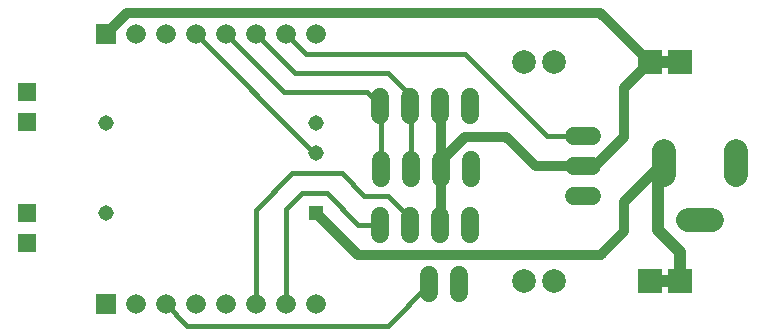
<source format=gbr>
G04 EAGLE Gerber RS-274X export*
G75*
%MOMM*%
%FSLAX34Y34*%
%LPD*%
%INTop Copper*%
%IPPOS*%
%AMOC8*
5,1,8,0,0,1.08239X$1,22.5*%
G01*
%ADD10C,1.665000*%
%ADD11R,1.665000X1.665000*%
%ADD12C,1.524000*%
%ADD13C,2.000000*%
%ADD14R,1.524000X1.524000*%
%ADD15C,1.308000*%
%ADD16R,1.308000X1.308000*%
%ADD17C,2.000000*%
%ADD18R,2.000000X2.000000*%
%ADD19C,0.812800*%
%ADD20C,1.016000*%
%ADD21C,0.609600*%
%ADD22C,0.406400*%


D10*
X278800Y261900D03*
X253400Y261900D03*
X228000Y261900D03*
X202600Y261900D03*
X177200Y261900D03*
X151800Y261900D03*
X126400Y261900D03*
D11*
X101000Y261900D03*
X101000Y33300D03*
D10*
X126400Y33300D03*
X151800Y33300D03*
X177200Y33300D03*
X202600Y33300D03*
X228000Y33300D03*
X253400Y33300D03*
X278800Y33300D03*
D12*
X409300Y92380D02*
X409300Y107620D01*
X383900Y107620D02*
X383900Y92380D01*
X358500Y92380D02*
X358500Y107620D01*
X333100Y107620D02*
X333100Y92380D01*
X333600Y193480D02*
X333600Y208720D01*
X359000Y208720D02*
X359000Y193480D01*
X384400Y193480D02*
X384400Y208720D01*
X409800Y208720D02*
X409800Y193480D01*
X333700Y154820D02*
X333700Y139580D01*
X359100Y139580D02*
X359100Y154820D01*
X384500Y154820D02*
X384500Y139580D01*
X409900Y139580D02*
X409900Y154820D01*
D13*
X573400Y162600D02*
X573400Y142600D01*
X634400Y142600D02*
X634400Y162600D01*
X614400Y104600D02*
X594400Y104600D01*
D14*
X34600Y85200D03*
X34600Y110600D03*
X34600Y187400D03*
X34600Y212800D03*
D12*
X400300Y58220D02*
X400300Y42980D01*
X374900Y42980D02*
X374900Y58220D01*
D15*
X278700Y186800D03*
D16*
X278700Y110600D03*
D15*
X100900Y186800D03*
X100900Y110600D03*
X278700Y161400D03*
D17*
X455060Y52490D03*
D18*
X587140Y52490D03*
D17*
X455060Y237910D03*
X480460Y52490D03*
X480460Y237910D03*
D18*
X561740Y52490D03*
X587140Y237910D03*
X561740Y237910D03*
D12*
X512620Y124600D02*
X497380Y124600D01*
X497380Y150000D02*
X512620Y150000D01*
X512620Y175400D02*
X497380Y175400D01*
D19*
X563400Y142600D02*
X573400Y152600D01*
X314300Y75000D02*
X278700Y110600D01*
X520000Y75000D02*
X540000Y95000D01*
X540000Y120000D01*
X572600Y152600D01*
X573400Y152600D01*
X520000Y75000D02*
X314300Y75000D01*
D20*
X561740Y52490D02*
X587140Y52490D01*
X568400Y147600D02*
X573400Y152600D01*
X568400Y147600D02*
X568400Y96230D01*
X587140Y77490D02*
X587140Y52490D01*
X587140Y77490D02*
X568400Y96230D01*
D21*
X384400Y185600D02*
X384400Y201100D01*
X384500Y201000D01*
D19*
X384500Y147200D01*
X540000Y216170D02*
X561740Y237910D01*
X540000Y216170D02*
X540000Y175000D01*
X515000Y150000D01*
X505000Y150000D01*
X465000Y150000D01*
X440000Y175000D01*
X405000Y175000D01*
X384500Y154500D01*
X384500Y147200D01*
X119100Y280000D02*
X101000Y261900D01*
X519650Y280000D02*
X561740Y237910D01*
X519650Y280000D02*
X119100Y280000D01*
X384500Y147200D02*
X384500Y100600D01*
X383900Y100000D01*
D20*
X561740Y237910D02*
X587140Y237910D01*
D22*
X505000Y175400D02*
X474600Y175400D01*
X405000Y245000D01*
X270300Y245000D02*
X253400Y261900D01*
X270300Y245000D02*
X405000Y245000D01*
X359000Y201100D02*
X358900Y201100D01*
X261028Y228872D02*
X228000Y261900D01*
X340000Y228872D02*
X359000Y209872D01*
X340000Y228872D02*
X261028Y228872D01*
X359100Y200900D02*
X359100Y147200D01*
X359100Y200900D02*
X358900Y201100D01*
X359000Y201100D02*
X359000Y209872D01*
X251756Y212744D02*
X202600Y261900D01*
X321956Y212744D02*
X333600Y201100D01*
X321956Y212744D02*
X251756Y212744D01*
X333700Y201000D02*
X333700Y147200D01*
X333700Y201000D02*
X333600Y201100D01*
X278700Y161400D02*
X277700Y161400D01*
X177200Y261900D01*
X151800Y33300D02*
X170100Y15000D01*
X340000Y15000D01*
X374900Y49900D01*
X374900Y50600D01*
X228000Y33300D02*
X228000Y113000D01*
X259128Y144128D02*
X300872Y144128D01*
X320000Y125000D01*
X340000Y125000D01*
X358500Y106500D01*
X358500Y100000D01*
X259128Y144128D02*
X228000Y113000D01*
X253400Y113400D02*
X253400Y33300D01*
X253400Y113400D02*
X267000Y127000D01*
X288000Y127000D01*
X315000Y100000D01*
X333100Y100000D01*
M02*

</source>
